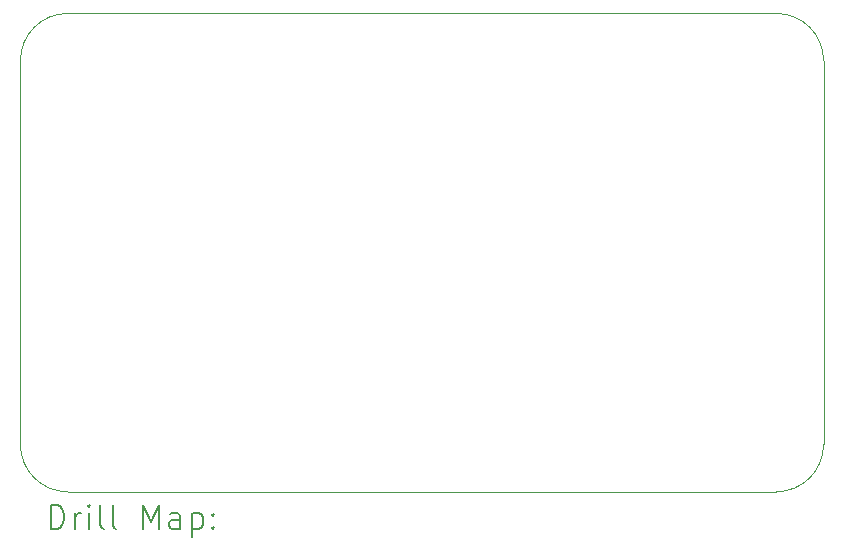
<source format=gbr>
%TF.GenerationSoftware,KiCad,Pcbnew,8.0.5*%
%TF.CreationDate,2024-10-22T17:44:38+02:00*%
%TF.ProjectId,Ingenuity,496e6765-6e75-4697-9479-2e6b69636164,rev?*%
%TF.SameCoordinates,Original*%
%TF.FileFunction,Drillmap*%
%TF.FilePolarity,Positive*%
%FSLAX45Y45*%
G04 Gerber Fmt 4.5, Leading zero omitted, Abs format (unit mm)*
G04 Created by KiCad (PCBNEW 8.0.5) date 2024-10-22 17:44:38*
%MOMM*%
%LPD*%
G01*
G04 APERTURE LIST*
%ADD10C,0.050000*%
%ADD11C,0.200000*%
G04 APERTURE END LIST*
D10*
X19450000Y-12750000D02*
G75*
G02*
X19050000Y-13150000I-400000J0D01*
G01*
X19050000Y-9100000D02*
G75*
G02*
X19450000Y-9500000I0J-400000D01*
G01*
X12650000Y-9500000D02*
X12650000Y-12750000D01*
X19050000Y-9100000D02*
X13050000Y-9100000D01*
X19450000Y-12750000D02*
X19450000Y-9500000D01*
X13050000Y-13150000D02*
X19050000Y-13150000D01*
X13050000Y-13150000D02*
G75*
G02*
X12650000Y-12750000I0J400000D01*
G01*
X12650000Y-9500000D02*
G75*
G02*
X13050000Y-9100000I400000J0D01*
G01*
D11*
X12908277Y-13463984D02*
X12908277Y-13263984D01*
X12908277Y-13263984D02*
X12955896Y-13263984D01*
X12955896Y-13263984D02*
X12984467Y-13273508D01*
X12984467Y-13273508D02*
X13003515Y-13292555D01*
X13003515Y-13292555D02*
X13013039Y-13311603D01*
X13013039Y-13311603D02*
X13022562Y-13349698D01*
X13022562Y-13349698D02*
X13022562Y-13378269D01*
X13022562Y-13378269D02*
X13013039Y-13416365D01*
X13013039Y-13416365D02*
X13003515Y-13435412D01*
X13003515Y-13435412D02*
X12984467Y-13454460D01*
X12984467Y-13454460D02*
X12955896Y-13463984D01*
X12955896Y-13463984D02*
X12908277Y-13463984D01*
X13108277Y-13463984D02*
X13108277Y-13330650D01*
X13108277Y-13368746D02*
X13117801Y-13349698D01*
X13117801Y-13349698D02*
X13127324Y-13340174D01*
X13127324Y-13340174D02*
X13146372Y-13330650D01*
X13146372Y-13330650D02*
X13165420Y-13330650D01*
X13232086Y-13463984D02*
X13232086Y-13330650D01*
X13232086Y-13263984D02*
X13222562Y-13273508D01*
X13222562Y-13273508D02*
X13232086Y-13283031D01*
X13232086Y-13283031D02*
X13241610Y-13273508D01*
X13241610Y-13273508D02*
X13232086Y-13263984D01*
X13232086Y-13263984D02*
X13232086Y-13283031D01*
X13355896Y-13463984D02*
X13336848Y-13454460D01*
X13336848Y-13454460D02*
X13327324Y-13435412D01*
X13327324Y-13435412D02*
X13327324Y-13263984D01*
X13460658Y-13463984D02*
X13441610Y-13454460D01*
X13441610Y-13454460D02*
X13432086Y-13435412D01*
X13432086Y-13435412D02*
X13432086Y-13263984D01*
X13689229Y-13463984D02*
X13689229Y-13263984D01*
X13689229Y-13263984D02*
X13755896Y-13406841D01*
X13755896Y-13406841D02*
X13822562Y-13263984D01*
X13822562Y-13263984D02*
X13822562Y-13463984D01*
X14003515Y-13463984D02*
X14003515Y-13359222D01*
X14003515Y-13359222D02*
X13993991Y-13340174D01*
X13993991Y-13340174D02*
X13974943Y-13330650D01*
X13974943Y-13330650D02*
X13936848Y-13330650D01*
X13936848Y-13330650D02*
X13917801Y-13340174D01*
X14003515Y-13454460D02*
X13984467Y-13463984D01*
X13984467Y-13463984D02*
X13936848Y-13463984D01*
X13936848Y-13463984D02*
X13917801Y-13454460D01*
X13917801Y-13454460D02*
X13908277Y-13435412D01*
X13908277Y-13435412D02*
X13908277Y-13416365D01*
X13908277Y-13416365D02*
X13917801Y-13397317D01*
X13917801Y-13397317D02*
X13936848Y-13387793D01*
X13936848Y-13387793D02*
X13984467Y-13387793D01*
X13984467Y-13387793D02*
X14003515Y-13378269D01*
X14098753Y-13330650D02*
X14098753Y-13530650D01*
X14098753Y-13340174D02*
X14117801Y-13330650D01*
X14117801Y-13330650D02*
X14155896Y-13330650D01*
X14155896Y-13330650D02*
X14174943Y-13340174D01*
X14174943Y-13340174D02*
X14184467Y-13349698D01*
X14184467Y-13349698D02*
X14193991Y-13368746D01*
X14193991Y-13368746D02*
X14193991Y-13425888D01*
X14193991Y-13425888D02*
X14184467Y-13444936D01*
X14184467Y-13444936D02*
X14174943Y-13454460D01*
X14174943Y-13454460D02*
X14155896Y-13463984D01*
X14155896Y-13463984D02*
X14117801Y-13463984D01*
X14117801Y-13463984D02*
X14098753Y-13454460D01*
X14279705Y-13444936D02*
X14289229Y-13454460D01*
X14289229Y-13454460D02*
X14279705Y-13463984D01*
X14279705Y-13463984D02*
X14270182Y-13454460D01*
X14270182Y-13454460D02*
X14279705Y-13444936D01*
X14279705Y-13444936D02*
X14279705Y-13463984D01*
X14279705Y-13340174D02*
X14289229Y-13349698D01*
X14289229Y-13349698D02*
X14279705Y-13359222D01*
X14279705Y-13359222D02*
X14270182Y-13349698D01*
X14270182Y-13349698D02*
X14279705Y-13340174D01*
X14279705Y-13340174D02*
X14279705Y-13359222D01*
M02*

</source>
